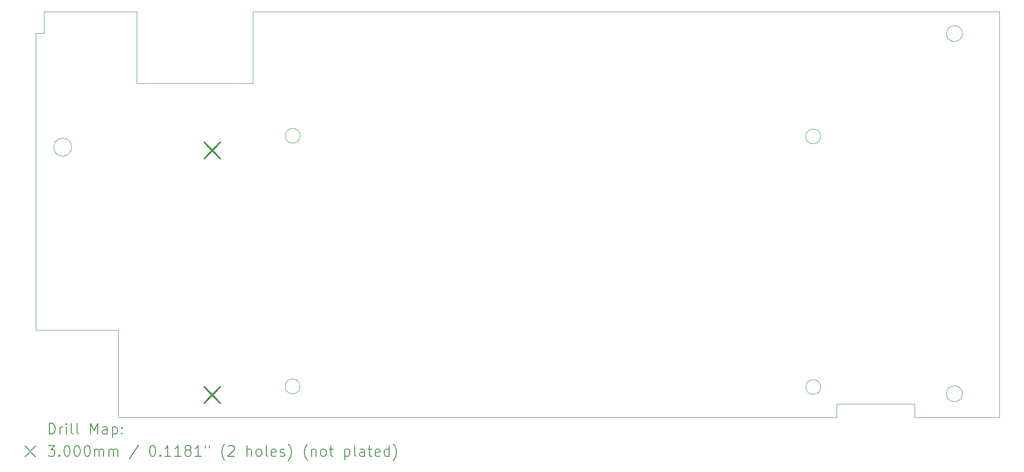
<source format=gbr>
%TF.GenerationSoftware,KiCad,Pcbnew,8.0.3*%
%TF.CreationDate,2024-11-03T21:09:05+01:00*%
%TF.ProjectId,IIsi_ATX,49497369-5f41-4545-982e-6b696361645f,rev?*%
%TF.SameCoordinates,Original*%
%TF.FileFunction,Drillmap*%
%TF.FilePolarity,Positive*%
%FSLAX45Y45*%
G04 Gerber Fmt 4.5, Leading zero omitted, Abs format (unit mm)*
G04 Created by KiCad (PCBNEW 8.0.3) date 2024-11-03 21:09:05*
%MOMM*%
%LPD*%
G01*
G04 APERTURE LIST*
%ADD10C,0.100000*%
%ADD11C,0.200000*%
%ADD12C,0.300000*%
G04 APERTURE END LIST*
D10*
X7336280Y-11095933D02*
X5777584Y-11095433D01*
X10765000Y-7425000D02*
G75*
G02*
X10485000Y-7425000I-140000J0D01*
G01*
X10485000Y-7425000D02*
G75*
G02*
X10765000Y-7425000I140000J0D01*
G01*
X7678584Y-5080452D02*
X7678584Y-6435033D01*
X20899284Y-12746933D02*
X7335513Y-12746933D01*
X5925984Y-5080433D02*
X7678584Y-5080452D01*
X10762500Y-12162500D02*
G75*
G02*
X10482500Y-12162500I-140000J0D01*
G01*
X10482500Y-12162500D02*
G75*
G02*
X10762500Y-12162500I140000J0D01*
G01*
X20595000Y-12175000D02*
G75*
G02*
X20315000Y-12175000I-140000J0D01*
G01*
X20315000Y-12175000D02*
G75*
G02*
X20595000Y-12175000I140000J0D01*
G01*
X20899284Y-12492933D02*
X20899284Y-12746933D01*
X23272500Y-5492500D02*
G75*
G02*
X22972500Y-5492500I-150000J0D01*
G01*
X22972500Y-5492500D02*
G75*
G02*
X23272500Y-5492500I150000J0D01*
G01*
X20595000Y-7437500D02*
G75*
G02*
X20315000Y-7437500I-140000J0D01*
G01*
X20315000Y-7437500D02*
G75*
G02*
X20595000Y-7437500I140000J0D01*
G01*
X23272500Y-12302500D02*
G75*
G02*
X22972500Y-12302500I-150000J0D01*
G01*
X22972500Y-12302500D02*
G75*
G02*
X23272500Y-12302500I150000J0D01*
G01*
X5925984Y-5482533D02*
X5925984Y-5080433D01*
X22372484Y-12746933D02*
X22372489Y-12492933D01*
X5773584Y-5482533D02*
X5925984Y-5482533D01*
X22372489Y-12492933D02*
X20899284Y-12492933D01*
X6451600Y-7640320D02*
G75*
G02*
X6111240Y-7640320I-170180J0D01*
G01*
X6111240Y-7640320D02*
G75*
G02*
X6451600Y-7640320I170180J0D01*
G01*
X7678584Y-6435033D02*
X9875684Y-6435033D01*
X9875684Y-5077933D02*
X23972684Y-5082483D01*
X23972684Y-12746933D02*
X22372484Y-12746933D01*
X23972684Y-5082483D02*
X23972684Y-12746933D01*
X5777584Y-11095433D02*
X5773584Y-5482533D01*
X7335513Y-12746933D02*
X7336280Y-11095933D01*
X9875684Y-6435033D02*
X9875684Y-5077933D01*
D11*
D12*
X8956480Y-7552460D02*
X9256480Y-7852460D01*
X9256480Y-7552460D02*
X8956480Y-7852460D01*
X8959020Y-12175260D02*
X9259020Y-12475260D01*
X9259020Y-12175260D02*
X8959020Y-12475260D01*
D11*
X6029361Y-13063417D02*
X6029361Y-12863417D01*
X6029361Y-12863417D02*
X6076980Y-12863417D01*
X6076980Y-12863417D02*
X6105551Y-12872941D01*
X6105551Y-12872941D02*
X6124599Y-12891988D01*
X6124599Y-12891988D02*
X6134123Y-12911036D01*
X6134123Y-12911036D02*
X6143646Y-12949131D01*
X6143646Y-12949131D02*
X6143646Y-12977702D01*
X6143646Y-12977702D02*
X6134123Y-13015798D01*
X6134123Y-13015798D02*
X6124599Y-13034845D01*
X6124599Y-13034845D02*
X6105551Y-13053893D01*
X6105551Y-13053893D02*
X6076980Y-13063417D01*
X6076980Y-13063417D02*
X6029361Y-13063417D01*
X6229361Y-13063417D02*
X6229361Y-12930083D01*
X6229361Y-12968179D02*
X6238885Y-12949131D01*
X6238885Y-12949131D02*
X6248408Y-12939607D01*
X6248408Y-12939607D02*
X6267456Y-12930083D01*
X6267456Y-12930083D02*
X6286504Y-12930083D01*
X6353170Y-13063417D02*
X6353170Y-12930083D01*
X6353170Y-12863417D02*
X6343646Y-12872941D01*
X6343646Y-12872941D02*
X6353170Y-12882464D01*
X6353170Y-12882464D02*
X6362694Y-12872941D01*
X6362694Y-12872941D02*
X6353170Y-12863417D01*
X6353170Y-12863417D02*
X6353170Y-12882464D01*
X6476980Y-13063417D02*
X6457932Y-13053893D01*
X6457932Y-13053893D02*
X6448408Y-13034845D01*
X6448408Y-13034845D02*
X6448408Y-12863417D01*
X6581742Y-13063417D02*
X6562694Y-13053893D01*
X6562694Y-13053893D02*
X6553170Y-13034845D01*
X6553170Y-13034845D02*
X6553170Y-12863417D01*
X6810313Y-13063417D02*
X6810313Y-12863417D01*
X6810313Y-12863417D02*
X6876980Y-13006274D01*
X6876980Y-13006274D02*
X6943646Y-12863417D01*
X6943646Y-12863417D02*
X6943646Y-13063417D01*
X7124599Y-13063417D02*
X7124599Y-12958655D01*
X7124599Y-12958655D02*
X7115075Y-12939607D01*
X7115075Y-12939607D02*
X7096027Y-12930083D01*
X7096027Y-12930083D02*
X7057932Y-12930083D01*
X7057932Y-12930083D02*
X7038885Y-12939607D01*
X7124599Y-13053893D02*
X7105551Y-13063417D01*
X7105551Y-13063417D02*
X7057932Y-13063417D01*
X7057932Y-13063417D02*
X7038885Y-13053893D01*
X7038885Y-13053893D02*
X7029361Y-13034845D01*
X7029361Y-13034845D02*
X7029361Y-13015798D01*
X7029361Y-13015798D02*
X7038885Y-12996750D01*
X7038885Y-12996750D02*
X7057932Y-12987226D01*
X7057932Y-12987226D02*
X7105551Y-12987226D01*
X7105551Y-12987226D02*
X7124599Y-12977702D01*
X7219837Y-12930083D02*
X7219837Y-13130083D01*
X7219837Y-12939607D02*
X7238885Y-12930083D01*
X7238885Y-12930083D02*
X7276980Y-12930083D01*
X7276980Y-12930083D02*
X7296027Y-12939607D01*
X7296027Y-12939607D02*
X7305551Y-12949131D01*
X7305551Y-12949131D02*
X7315075Y-12968179D01*
X7315075Y-12968179D02*
X7315075Y-13025321D01*
X7315075Y-13025321D02*
X7305551Y-13044369D01*
X7305551Y-13044369D02*
X7296027Y-13053893D01*
X7296027Y-13053893D02*
X7276980Y-13063417D01*
X7276980Y-13063417D02*
X7238885Y-13063417D01*
X7238885Y-13063417D02*
X7219837Y-13053893D01*
X7400789Y-13044369D02*
X7410313Y-13053893D01*
X7410313Y-13053893D02*
X7400789Y-13063417D01*
X7400789Y-13063417D02*
X7391266Y-13053893D01*
X7391266Y-13053893D02*
X7400789Y-13044369D01*
X7400789Y-13044369D02*
X7400789Y-13063417D01*
X7400789Y-12939607D02*
X7410313Y-12949131D01*
X7410313Y-12949131D02*
X7400789Y-12958655D01*
X7400789Y-12958655D02*
X7391266Y-12949131D01*
X7391266Y-12949131D02*
X7400789Y-12939607D01*
X7400789Y-12939607D02*
X7400789Y-12958655D01*
X5568584Y-13291933D02*
X5768584Y-13491933D01*
X5768584Y-13291933D02*
X5568584Y-13491933D01*
X6010313Y-13283417D02*
X6134123Y-13283417D01*
X6134123Y-13283417D02*
X6067456Y-13359607D01*
X6067456Y-13359607D02*
X6096027Y-13359607D01*
X6096027Y-13359607D02*
X6115075Y-13369131D01*
X6115075Y-13369131D02*
X6124599Y-13378655D01*
X6124599Y-13378655D02*
X6134123Y-13397702D01*
X6134123Y-13397702D02*
X6134123Y-13445321D01*
X6134123Y-13445321D02*
X6124599Y-13464369D01*
X6124599Y-13464369D02*
X6115075Y-13473893D01*
X6115075Y-13473893D02*
X6096027Y-13483417D01*
X6096027Y-13483417D02*
X6038885Y-13483417D01*
X6038885Y-13483417D02*
X6019837Y-13473893D01*
X6019837Y-13473893D02*
X6010313Y-13464369D01*
X6219837Y-13464369D02*
X6229361Y-13473893D01*
X6229361Y-13473893D02*
X6219837Y-13483417D01*
X6219837Y-13483417D02*
X6210313Y-13473893D01*
X6210313Y-13473893D02*
X6219837Y-13464369D01*
X6219837Y-13464369D02*
X6219837Y-13483417D01*
X6353170Y-13283417D02*
X6372218Y-13283417D01*
X6372218Y-13283417D02*
X6391266Y-13292941D01*
X6391266Y-13292941D02*
X6400789Y-13302464D01*
X6400789Y-13302464D02*
X6410313Y-13321512D01*
X6410313Y-13321512D02*
X6419837Y-13359607D01*
X6419837Y-13359607D02*
X6419837Y-13407226D01*
X6419837Y-13407226D02*
X6410313Y-13445321D01*
X6410313Y-13445321D02*
X6400789Y-13464369D01*
X6400789Y-13464369D02*
X6391266Y-13473893D01*
X6391266Y-13473893D02*
X6372218Y-13483417D01*
X6372218Y-13483417D02*
X6353170Y-13483417D01*
X6353170Y-13483417D02*
X6334123Y-13473893D01*
X6334123Y-13473893D02*
X6324599Y-13464369D01*
X6324599Y-13464369D02*
X6315075Y-13445321D01*
X6315075Y-13445321D02*
X6305551Y-13407226D01*
X6305551Y-13407226D02*
X6305551Y-13359607D01*
X6305551Y-13359607D02*
X6315075Y-13321512D01*
X6315075Y-13321512D02*
X6324599Y-13302464D01*
X6324599Y-13302464D02*
X6334123Y-13292941D01*
X6334123Y-13292941D02*
X6353170Y-13283417D01*
X6543646Y-13283417D02*
X6562694Y-13283417D01*
X6562694Y-13283417D02*
X6581742Y-13292941D01*
X6581742Y-13292941D02*
X6591266Y-13302464D01*
X6591266Y-13302464D02*
X6600789Y-13321512D01*
X6600789Y-13321512D02*
X6610313Y-13359607D01*
X6610313Y-13359607D02*
X6610313Y-13407226D01*
X6610313Y-13407226D02*
X6600789Y-13445321D01*
X6600789Y-13445321D02*
X6591266Y-13464369D01*
X6591266Y-13464369D02*
X6581742Y-13473893D01*
X6581742Y-13473893D02*
X6562694Y-13483417D01*
X6562694Y-13483417D02*
X6543646Y-13483417D01*
X6543646Y-13483417D02*
X6524599Y-13473893D01*
X6524599Y-13473893D02*
X6515075Y-13464369D01*
X6515075Y-13464369D02*
X6505551Y-13445321D01*
X6505551Y-13445321D02*
X6496027Y-13407226D01*
X6496027Y-13407226D02*
X6496027Y-13359607D01*
X6496027Y-13359607D02*
X6505551Y-13321512D01*
X6505551Y-13321512D02*
X6515075Y-13302464D01*
X6515075Y-13302464D02*
X6524599Y-13292941D01*
X6524599Y-13292941D02*
X6543646Y-13283417D01*
X6734123Y-13283417D02*
X6753170Y-13283417D01*
X6753170Y-13283417D02*
X6772218Y-13292941D01*
X6772218Y-13292941D02*
X6781742Y-13302464D01*
X6781742Y-13302464D02*
X6791266Y-13321512D01*
X6791266Y-13321512D02*
X6800789Y-13359607D01*
X6800789Y-13359607D02*
X6800789Y-13407226D01*
X6800789Y-13407226D02*
X6791266Y-13445321D01*
X6791266Y-13445321D02*
X6781742Y-13464369D01*
X6781742Y-13464369D02*
X6772218Y-13473893D01*
X6772218Y-13473893D02*
X6753170Y-13483417D01*
X6753170Y-13483417D02*
X6734123Y-13483417D01*
X6734123Y-13483417D02*
X6715075Y-13473893D01*
X6715075Y-13473893D02*
X6705551Y-13464369D01*
X6705551Y-13464369D02*
X6696027Y-13445321D01*
X6696027Y-13445321D02*
X6686504Y-13407226D01*
X6686504Y-13407226D02*
X6686504Y-13359607D01*
X6686504Y-13359607D02*
X6696027Y-13321512D01*
X6696027Y-13321512D02*
X6705551Y-13302464D01*
X6705551Y-13302464D02*
X6715075Y-13292941D01*
X6715075Y-13292941D02*
X6734123Y-13283417D01*
X6886504Y-13483417D02*
X6886504Y-13350083D01*
X6886504Y-13369131D02*
X6896027Y-13359607D01*
X6896027Y-13359607D02*
X6915075Y-13350083D01*
X6915075Y-13350083D02*
X6943647Y-13350083D01*
X6943647Y-13350083D02*
X6962694Y-13359607D01*
X6962694Y-13359607D02*
X6972218Y-13378655D01*
X6972218Y-13378655D02*
X6972218Y-13483417D01*
X6972218Y-13378655D02*
X6981742Y-13359607D01*
X6981742Y-13359607D02*
X7000789Y-13350083D01*
X7000789Y-13350083D02*
X7029361Y-13350083D01*
X7029361Y-13350083D02*
X7048408Y-13359607D01*
X7048408Y-13359607D02*
X7057932Y-13378655D01*
X7057932Y-13378655D02*
X7057932Y-13483417D01*
X7153170Y-13483417D02*
X7153170Y-13350083D01*
X7153170Y-13369131D02*
X7162694Y-13359607D01*
X7162694Y-13359607D02*
X7181742Y-13350083D01*
X7181742Y-13350083D02*
X7210313Y-13350083D01*
X7210313Y-13350083D02*
X7229361Y-13359607D01*
X7229361Y-13359607D02*
X7238885Y-13378655D01*
X7238885Y-13378655D02*
X7238885Y-13483417D01*
X7238885Y-13378655D02*
X7248408Y-13359607D01*
X7248408Y-13359607D02*
X7267456Y-13350083D01*
X7267456Y-13350083D02*
X7296027Y-13350083D01*
X7296027Y-13350083D02*
X7315075Y-13359607D01*
X7315075Y-13359607D02*
X7324599Y-13378655D01*
X7324599Y-13378655D02*
X7324599Y-13483417D01*
X7715075Y-13273893D02*
X7543647Y-13531036D01*
X7972218Y-13283417D02*
X7991266Y-13283417D01*
X7991266Y-13283417D02*
X8010313Y-13292941D01*
X8010313Y-13292941D02*
X8019837Y-13302464D01*
X8019837Y-13302464D02*
X8029361Y-13321512D01*
X8029361Y-13321512D02*
X8038885Y-13359607D01*
X8038885Y-13359607D02*
X8038885Y-13407226D01*
X8038885Y-13407226D02*
X8029361Y-13445321D01*
X8029361Y-13445321D02*
X8019837Y-13464369D01*
X8019837Y-13464369D02*
X8010313Y-13473893D01*
X8010313Y-13473893D02*
X7991266Y-13483417D01*
X7991266Y-13483417D02*
X7972218Y-13483417D01*
X7972218Y-13483417D02*
X7953170Y-13473893D01*
X7953170Y-13473893D02*
X7943647Y-13464369D01*
X7943647Y-13464369D02*
X7934123Y-13445321D01*
X7934123Y-13445321D02*
X7924599Y-13407226D01*
X7924599Y-13407226D02*
X7924599Y-13359607D01*
X7924599Y-13359607D02*
X7934123Y-13321512D01*
X7934123Y-13321512D02*
X7943647Y-13302464D01*
X7943647Y-13302464D02*
X7953170Y-13292941D01*
X7953170Y-13292941D02*
X7972218Y-13283417D01*
X8124599Y-13464369D02*
X8134123Y-13473893D01*
X8134123Y-13473893D02*
X8124599Y-13483417D01*
X8124599Y-13483417D02*
X8115075Y-13473893D01*
X8115075Y-13473893D02*
X8124599Y-13464369D01*
X8124599Y-13464369D02*
X8124599Y-13483417D01*
X8324599Y-13483417D02*
X8210313Y-13483417D01*
X8267456Y-13483417D02*
X8267456Y-13283417D01*
X8267456Y-13283417D02*
X8248409Y-13311988D01*
X8248409Y-13311988D02*
X8229361Y-13331036D01*
X8229361Y-13331036D02*
X8210313Y-13340560D01*
X8515075Y-13483417D02*
X8400790Y-13483417D01*
X8457932Y-13483417D02*
X8457932Y-13283417D01*
X8457932Y-13283417D02*
X8438885Y-13311988D01*
X8438885Y-13311988D02*
X8419837Y-13331036D01*
X8419837Y-13331036D02*
X8400790Y-13340560D01*
X8629361Y-13369131D02*
X8610313Y-13359607D01*
X8610313Y-13359607D02*
X8600790Y-13350083D01*
X8600790Y-13350083D02*
X8591266Y-13331036D01*
X8591266Y-13331036D02*
X8591266Y-13321512D01*
X8591266Y-13321512D02*
X8600790Y-13302464D01*
X8600790Y-13302464D02*
X8610313Y-13292941D01*
X8610313Y-13292941D02*
X8629361Y-13283417D01*
X8629361Y-13283417D02*
X8667456Y-13283417D01*
X8667456Y-13283417D02*
X8686504Y-13292941D01*
X8686504Y-13292941D02*
X8696028Y-13302464D01*
X8696028Y-13302464D02*
X8705552Y-13321512D01*
X8705552Y-13321512D02*
X8705552Y-13331036D01*
X8705552Y-13331036D02*
X8696028Y-13350083D01*
X8696028Y-13350083D02*
X8686504Y-13359607D01*
X8686504Y-13359607D02*
X8667456Y-13369131D01*
X8667456Y-13369131D02*
X8629361Y-13369131D01*
X8629361Y-13369131D02*
X8610313Y-13378655D01*
X8610313Y-13378655D02*
X8600790Y-13388179D01*
X8600790Y-13388179D02*
X8591266Y-13407226D01*
X8591266Y-13407226D02*
X8591266Y-13445321D01*
X8591266Y-13445321D02*
X8600790Y-13464369D01*
X8600790Y-13464369D02*
X8610313Y-13473893D01*
X8610313Y-13473893D02*
X8629361Y-13483417D01*
X8629361Y-13483417D02*
X8667456Y-13483417D01*
X8667456Y-13483417D02*
X8686504Y-13473893D01*
X8686504Y-13473893D02*
X8696028Y-13464369D01*
X8696028Y-13464369D02*
X8705552Y-13445321D01*
X8705552Y-13445321D02*
X8705552Y-13407226D01*
X8705552Y-13407226D02*
X8696028Y-13388179D01*
X8696028Y-13388179D02*
X8686504Y-13378655D01*
X8686504Y-13378655D02*
X8667456Y-13369131D01*
X8896028Y-13483417D02*
X8781742Y-13483417D01*
X8838885Y-13483417D02*
X8838885Y-13283417D01*
X8838885Y-13283417D02*
X8819837Y-13311988D01*
X8819837Y-13311988D02*
X8800790Y-13331036D01*
X8800790Y-13331036D02*
X8781742Y-13340560D01*
X8972218Y-13283417D02*
X8972218Y-13321512D01*
X9048409Y-13283417D02*
X9048409Y-13321512D01*
X9343647Y-13559607D02*
X9334123Y-13550083D01*
X9334123Y-13550083D02*
X9315075Y-13521512D01*
X9315075Y-13521512D02*
X9305552Y-13502464D01*
X9305552Y-13502464D02*
X9296028Y-13473893D01*
X9296028Y-13473893D02*
X9286504Y-13426274D01*
X9286504Y-13426274D02*
X9286504Y-13388179D01*
X9286504Y-13388179D02*
X9296028Y-13340560D01*
X9296028Y-13340560D02*
X9305552Y-13311988D01*
X9305552Y-13311988D02*
X9315075Y-13292941D01*
X9315075Y-13292941D02*
X9334123Y-13264369D01*
X9334123Y-13264369D02*
X9343647Y-13254845D01*
X9410314Y-13302464D02*
X9419837Y-13292941D01*
X9419837Y-13292941D02*
X9438885Y-13283417D01*
X9438885Y-13283417D02*
X9486504Y-13283417D01*
X9486504Y-13283417D02*
X9505552Y-13292941D01*
X9505552Y-13292941D02*
X9515075Y-13302464D01*
X9515075Y-13302464D02*
X9524599Y-13321512D01*
X9524599Y-13321512D02*
X9524599Y-13340560D01*
X9524599Y-13340560D02*
X9515075Y-13369131D01*
X9515075Y-13369131D02*
X9400790Y-13483417D01*
X9400790Y-13483417D02*
X9524599Y-13483417D01*
X9762695Y-13483417D02*
X9762695Y-13283417D01*
X9848409Y-13483417D02*
X9848409Y-13378655D01*
X9848409Y-13378655D02*
X9838885Y-13359607D01*
X9838885Y-13359607D02*
X9819837Y-13350083D01*
X9819837Y-13350083D02*
X9791266Y-13350083D01*
X9791266Y-13350083D02*
X9772218Y-13359607D01*
X9772218Y-13359607D02*
X9762695Y-13369131D01*
X9972218Y-13483417D02*
X9953171Y-13473893D01*
X9953171Y-13473893D02*
X9943647Y-13464369D01*
X9943647Y-13464369D02*
X9934123Y-13445321D01*
X9934123Y-13445321D02*
X9934123Y-13388179D01*
X9934123Y-13388179D02*
X9943647Y-13369131D01*
X9943647Y-13369131D02*
X9953171Y-13359607D01*
X9953171Y-13359607D02*
X9972218Y-13350083D01*
X9972218Y-13350083D02*
X10000790Y-13350083D01*
X10000790Y-13350083D02*
X10019837Y-13359607D01*
X10019837Y-13359607D02*
X10029361Y-13369131D01*
X10029361Y-13369131D02*
X10038885Y-13388179D01*
X10038885Y-13388179D02*
X10038885Y-13445321D01*
X10038885Y-13445321D02*
X10029361Y-13464369D01*
X10029361Y-13464369D02*
X10019837Y-13473893D01*
X10019837Y-13473893D02*
X10000790Y-13483417D01*
X10000790Y-13483417D02*
X9972218Y-13483417D01*
X10153171Y-13483417D02*
X10134123Y-13473893D01*
X10134123Y-13473893D02*
X10124599Y-13454845D01*
X10124599Y-13454845D02*
X10124599Y-13283417D01*
X10305552Y-13473893D02*
X10286504Y-13483417D01*
X10286504Y-13483417D02*
X10248409Y-13483417D01*
X10248409Y-13483417D02*
X10229361Y-13473893D01*
X10229361Y-13473893D02*
X10219837Y-13454845D01*
X10219837Y-13454845D02*
X10219837Y-13378655D01*
X10219837Y-13378655D02*
X10229361Y-13359607D01*
X10229361Y-13359607D02*
X10248409Y-13350083D01*
X10248409Y-13350083D02*
X10286504Y-13350083D01*
X10286504Y-13350083D02*
X10305552Y-13359607D01*
X10305552Y-13359607D02*
X10315076Y-13378655D01*
X10315076Y-13378655D02*
X10315076Y-13397702D01*
X10315076Y-13397702D02*
X10219837Y-13416750D01*
X10391266Y-13473893D02*
X10410314Y-13483417D01*
X10410314Y-13483417D02*
X10448409Y-13483417D01*
X10448409Y-13483417D02*
X10467457Y-13473893D01*
X10467457Y-13473893D02*
X10476980Y-13454845D01*
X10476980Y-13454845D02*
X10476980Y-13445321D01*
X10476980Y-13445321D02*
X10467457Y-13426274D01*
X10467457Y-13426274D02*
X10448409Y-13416750D01*
X10448409Y-13416750D02*
X10419837Y-13416750D01*
X10419837Y-13416750D02*
X10400790Y-13407226D01*
X10400790Y-13407226D02*
X10391266Y-13388179D01*
X10391266Y-13388179D02*
X10391266Y-13378655D01*
X10391266Y-13378655D02*
X10400790Y-13359607D01*
X10400790Y-13359607D02*
X10419837Y-13350083D01*
X10419837Y-13350083D02*
X10448409Y-13350083D01*
X10448409Y-13350083D02*
X10467457Y-13359607D01*
X10543647Y-13559607D02*
X10553171Y-13550083D01*
X10553171Y-13550083D02*
X10572218Y-13521512D01*
X10572218Y-13521512D02*
X10581742Y-13502464D01*
X10581742Y-13502464D02*
X10591266Y-13473893D01*
X10591266Y-13473893D02*
X10600790Y-13426274D01*
X10600790Y-13426274D02*
X10600790Y-13388179D01*
X10600790Y-13388179D02*
X10591266Y-13340560D01*
X10591266Y-13340560D02*
X10581742Y-13311988D01*
X10581742Y-13311988D02*
X10572218Y-13292941D01*
X10572218Y-13292941D02*
X10553171Y-13264369D01*
X10553171Y-13264369D02*
X10543647Y-13254845D01*
X10905552Y-13559607D02*
X10896028Y-13550083D01*
X10896028Y-13550083D02*
X10876980Y-13521512D01*
X10876980Y-13521512D02*
X10867457Y-13502464D01*
X10867457Y-13502464D02*
X10857933Y-13473893D01*
X10857933Y-13473893D02*
X10848409Y-13426274D01*
X10848409Y-13426274D02*
X10848409Y-13388179D01*
X10848409Y-13388179D02*
X10857933Y-13340560D01*
X10857933Y-13340560D02*
X10867457Y-13311988D01*
X10867457Y-13311988D02*
X10876980Y-13292941D01*
X10876980Y-13292941D02*
X10896028Y-13264369D01*
X10896028Y-13264369D02*
X10905552Y-13254845D01*
X10981742Y-13350083D02*
X10981742Y-13483417D01*
X10981742Y-13369131D02*
X10991266Y-13359607D01*
X10991266Y-13359607D02*
X11010314Y-13350083D01*
X11010314Y-13350083D02*
X11038885Y-13350083D01*
X11038885Y-13350083D02*
X11057933Y-13359607D01*
X11057933Y-13359607D02*
X11067457Y-13378655D01*
X11067457Y-13378655D02*
X11067457Y-13483417D01*
X11191266Y-13483417D02*
X11172218Y-13473893D01*
X11172218Y-13473893D02*
X11162695Y-13464369D01*
X11162695Y-13464369D02*
X11153171Y-13445321D01*
X11153171Y-13445321D02*
X11153171Y-13388179D01*
X11153171Y-13388179D02*
X11162695Y-13369131D01*
X11162695Y-13369131D02*
X11172218Y-13359607D01*
X11172218Y-13359607D02*
X11191266Y-13350083D01*
X11191266Y-13350083D02*
X11219837Y-13350083D01*
X11219837Y-13350083D02*
X11238885Y-13359607D01*
X11238885Y-13359607D02*
X11248409Y-13369131D01*
X11248409Y-13369131D02*
X11257933Y-13388179D01*
X11257933Y-13388179D02*
X11257933Y-13445321D01*
X11257933Y-13445321D02*
X11248409Y-13464369D01*
X11248409Y-13464369D02*
X11238885Y-13473893D01*
X11238885Y-13473893D02*
X11219837Y-13483417D01*
X11219837Y-13483417D02*
X11191266Y-13483417D01*
X11315076Y-13350083D02*
X11391266Y-13350083D01*
X11343647Y-13283417D02*
X11343647Y-13454845D01*
X11343647Y-13454845D02*
X11353171Y-13473893D01*
X11353171Y-13473893D02*
X11372218Y-13483417D01*
X11372218Y-13483417D02*
X11391266Y-13483417D01*
X11610314Y-13350083D02*
X11610314Y-13550083D01*
X11610314Y-13359607D02*
X11629361Y-13350083D01*
X11629361Y-13350083D02*
X11667457Y-13350083D01*
X11667457Y-13350083D02*
X11686504Y-13359607D01*
X11686504Y-13359607D02*
X11696028Y-13369131D01*
X11696028Y-13369131D02*
X11705552Y-13388179D01*
X11705552Y-13388179D02*
X11705552Y-13445321D01*
X11705552Y-13445321D02*
X11696028Y-13464369D01*
X11696028Y-13464369D02*
X11686504Y-13473893D01*
X11686504Y-13473893D02*
X11667457Y-13483417D01*
X11667457Y-13483417D02*
X11629361Y-13483417D01*
X11629361Y-13483417D02*
X11610314Y-13473893D01*
X11819837Y-13483417D02*
X11800790Y-13473893D01*
X11800790Y-13473893D02*
X11791266Y-13454845D01*
X11791266Y-13454845D02*
X11791266Y-13283417D01*
X11981742Y-13483417D02*
X11981742Y-13378655D01*
X11981742Y-13378655D02*
X11972218Y-13359607D01*
X11972218Y-13359607D02*
X11953171Y-13350083D01*
X11953171Y-13350083D02*
X11915076Y-13350083D01*
X11915076Y-13350083D02*
X11896028Y-13359607D01*
X11981742Y-13473893D02*
X11962695Y-13483417D01*
X11962695Y-13483417D02*
X11915076Y-13483417D01*
X11915076Y-13483417D02*
X11896028Y-13473893D01*
X11896028Y-13473893D02*
X11886504Y-13454845D01*
X11886504Y-13454845D02*
X11886504Y-13435798D01*
X11886504Y-13435798D02*
X11896028Y-13416750D01*
X11896028Y-13416750D02*
X11915076Y-13407226D01*
X11915076Y-13407226D02*
X11962695Y-13407226D01*
X11962695Y-13407226D02*
X11981742Y-13397702D01*
X12048409Y-13350083D02*
X12124599Y-13350083D01*
X12076980Y-13283417D02*
X12076980Y-13454845D01*
X12076980Y-13454845D02*
X12086504Y-13473893D01*
X12086504Y-13473893D02*
X12105552Y-13483417D01*
X12105552Y-13483417D02*
X12124599Y-13483417D01*
X12267457Y-13473893D02*
X12248409Y-13483417D01*
X12248409Y-13483417D02*
X12210314Y-13483417D01*
X12210314Y-13483417D02*
X12191266Y-13473893D01*
X12191266Y-13473893D02*
X12181742Y-13454845D01*
X12181742Y-13454845D02*
X12181742Y-13378655D01*
X12181742Y-13378655D02*
X12191266Y-13359607D01*
X12191266Y-13359607D02*
X12210314Y-13350083D01*
X12210314Y-13350083D02*
X12248409Y-13350083D01*
X12248409Y-13350083D02*
X12267457Y-13359607D01*
X12267457Y-13359607D02*
X12276980Y-13378655D01*
X12276980Y-13378655D02*
X12276980Y-13397702D01*
X12276980Y-13397702D02*
X12181742Y-13416750D01*
X12448409Y-13483417D02*
X12448409Y-13283417D01*
X12448409Y-13473893D02*
X12429361Y-13483417D01*
X12429361Y-13483417D02*
X12391266Y-13483417D01*
X12391266Y-13483417D02*
X12372218Y-13473893D01*
X12372218Y-13473893D02*
X12362695Y-13464369D01*
X12362695Y-13464369D02*
X12353171Y-13445321D01*
X12353171Y-13445321D02*
X12353171Y-13388179D01*
X12353171Y-13388179D02*
X12362695Y-13369131D01*
X12362695Y-13369131D02*
X12372218Y-13359607D01*
X12372218Y-13359607D02*
X12391266Y-13350083D01*
X12391266Y-13350083D02*
X12429361Y-13350083D01*
X12429361Y-13350083D02*
X12448409Y-13359607D01*
X12524599Y-13559607D02*
X12534123Y-13550083D01*
X12534123Y-13550083D02*
X12553171Y-13521512D01*
X12553171Y-13521512D02*
X12562695Y-13502464D01*
X12562695Y-13502464D02*
X12572218Y-13473893D01*
X12572218Y-13473893D02*
X12581742Y-13426274D01*
X12581742Y-13426274D02*
X12581742Y-13388179D01*
X12581742Y-13388179D02*
X12572218Y-13340560D01*
X12572218Y-13340560D02*
X12562695Y-13311988D01*
X12562695Y-13311988D02*
X12553171Y-13292941D01*
X12553171Y-13292941D02*
X12534123Y-13264369D01*
X12534123Y-13264369D02*
X12524599Y-13254845D01*
M02*

</source>
